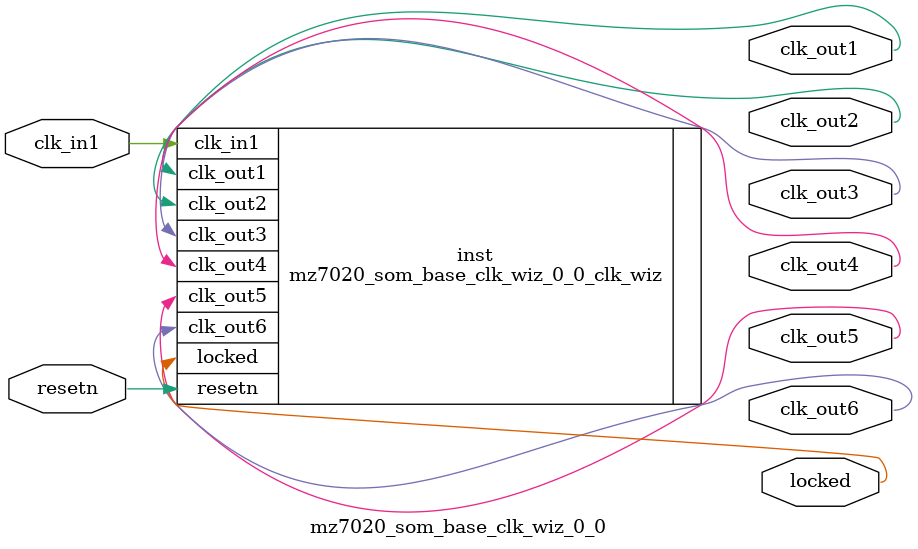
<source format=v>


`timescale 1ps/1ps

(* CORE_GENERATION_INFO = "mz7020_som_base_clk_wiz_0_0,clk_wiz_v6_0_12_0_0,{component_name=mz7020_som_base_clk_wiz_0_0,use_phase_alignment=true,use_min_o_jitter=false,use_max_i_jitter=false,use_dyn_phase_shift=false,use_inclk_switchover=false,use_dyn_reconfig=false,enable_axi=0,feedback_source=FDBK_AUTO,PRIMITIVE=MMCM,num_out_clk=6,clkin1_period=10.000,clkin2_period=10.000,use_power_down=false,use_reset=true,use_locked=true,use_inclk_stopped=false,feedback_type=SINGLE,CLOCK_MGR_TYPE=NA,manual_override=false}" *)

module mz7020_som_base_clk_wiz_0_0 
 (
  // Clock out ports
  output        clk_out1,
  output        clk_out2,
  output        clk_out3,
  output        clk_out4,
  output        clk_out5,
  output        clk_out6,
  // Status and control signals
  input         resetn,
  output        locked,
 // Clock in ports
  input         clk_in1
 );

  mz7020_som_base_clk_wiz_0_0_clk_wiz inst
  (
  // Clock out ports  
  .clk_out1(clk_out1),
  .clk_out2(clk_out2),
  .clk_out3(clk_out3),
  .clk_out4(clk_out4),
  .clk_out5(clk_out5),
  .clk_out6(clk_out6),
  // Status and control signals               
  .resetn(resetn), 
  .locked(locked),
 // Clock in ports
  .clk_in1(clk_in1)
  );

endmodule

</source>
